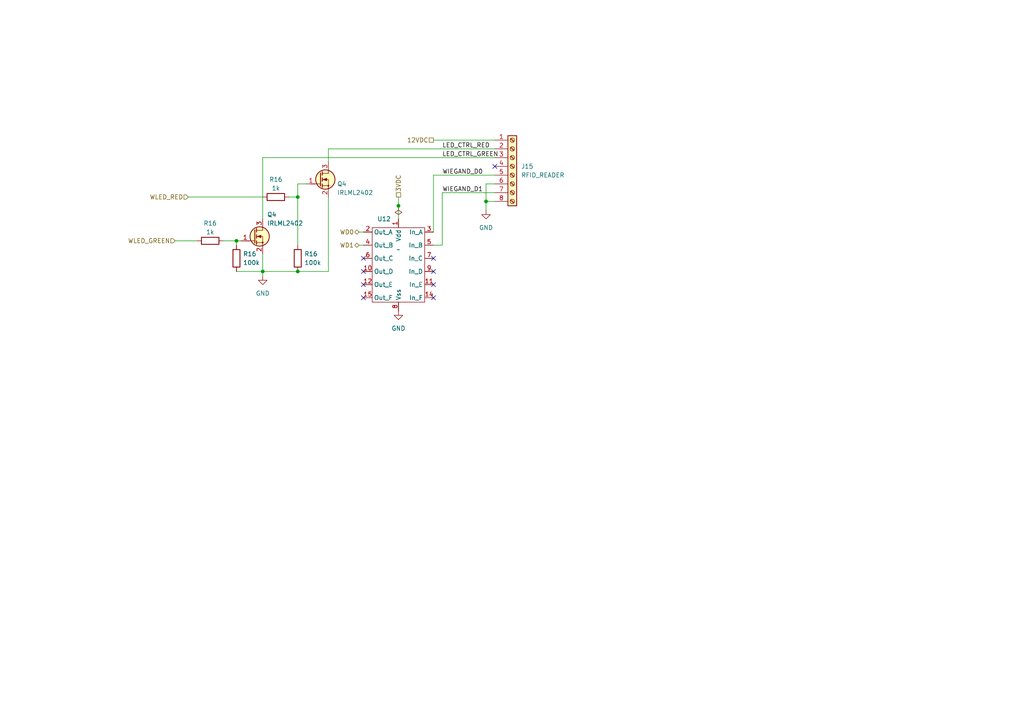
<source format=kicad_sch>
(kicad_sch (version 20230121) (generator eeschema)
  (paper "A4")
  (lib_symbols
    (symbol "Connector:Screw_Terminal_01x08" (pin_names (offset 1.016) hide)
      (property "Reference" "J" (at 0 10.16 0))
      (property "Value" "Screw_Terminal_01x08" (at 0 -12.7 0))
      (symbol "Screw_Terminal_01x08_1_1"
        (rectangle (start -1.27 8.89) (end 1.27 -11.43) (stroke (width 0.254)) (fill (type background)))
        (circle (center 0 -10.16) (radius 0.635) (stroke (width 0.1524)))
        (circle (center 0 -7.62) (radius 0.635) (stroke (width 0.1524)))
        (circle (center 0 -5.08) (radius 0.635) (stroke (width 0.1524)))
        (circle (center 0 -2.54) (radius 0.635) (stroke (width 0.1524)))
        (polyline (pts (xy -0.5334 -9.8298) (xy 0.3302 -10.668)) (stroke (width 0.1524)))
        (polyline (pts (xy -0.5334 -7.2898) (xy 0.3302 -8.128)) (stroke (width 0.1524)))
        (polyline (pts (xy -0.5334 -4.7498) (xy 0.3302 -5.588)) (stroke (width 0.1524)))
        (polyline (pts (xy -0.5334 -2.2098) (xy 0.3302 -3.048)) (stroke (width 0.1524)))
        (polyline (pts (xy -0.5334 0.3302) (xy 0.3302 -0.508)) (stroke (width 0.1524)))
        (polyline (pts (xy -0.5334 2.8702) (xy 0.3302 2.032)) (stroke (width 0.1524)))
        (polyline (pts (xy -0.5334 5.4102) (xy 0.3302 4.572)) (stroke (width 0.1524)))
        (polyline (pts (xy -0.5334 7.9502) (xy 0.3302 7.112)) (stroke (width 0.1524)))
        (polyline (pts (xy -0.3556 -9.652) (xy 0.508 -10.4902)) (stroke (width 0.1524)))
        (polyline (pts (xy -0.3556 -7.112) (xy 0.508 -7.9502)) (stroke (width 0.1524)))
        (polyline (pts (xy -0.3556 -4.572) (xy 0.508 -5.4102)) (stroke (width 0.1524)))
        (polyline (pts (xy -0.3556 -2.032) (xy 0.508 -2.8702)) (stroke (width 0.1524)))
        (polyline (pts (xy -0.3556 0.508) (xy 0.508 -0.3302)) (stroke (width 0.1524)))
        (polyline (pts (xy -0.3556 3.048) (xy 0.508 2.2098)) (stroke (width 0.1524)))
        (polyline (pts (xy -0.3556 5.588) (xy 0.508 4.7498)) (stroke (width 0.1524)))
        (polyline (pts (xy -0.3556 8.128) (xy 0.508 7.2898)) (stroke (width 0.1524)))
        (circle (center 0 0) (radius 0.635) (stroke (width 0.1524)))
        (circle (center 0 2.54) (radius 0.635) (stroke (width 0.1524)))
        (circle (center 0 5.08) (radius 0.635) (stroke (width 0.1524)))
        (circle (center 0 7.62) (radius 0.635) (stroke (width 0.1524)))
        (pin passive line (at -5.08 7.62 0) (length 3.81) (name "Pin_1") (number "1"))
        (pin passive line (at -5.08 5.08 0) (length 3.81) (name "Pin_2") (number "2"))
        (pin passive line (at -5.08 2.54 0) (length 3.81) (name "Pin_3") (number "3"))
        (pin passive line (at -5.08 0 0) (length 3.81) (name "Pin_4") (number "4"))
        (pin passive line (at -5.08 -2.54 0) (length 3.81) (name "Pin_5") (number "5"))
        (pin passive line (at -5.08 -5.08 0) (length 3.81) (name "Pin_6") (number "6"))
        (pin passive line (at -5.08 -7.62 0) (length 3.81) (name "Pin_7") (number "7"))
        (pin passive line (at -5.08 -10.16 0) (length 3.81) (name "Pin_8") (number "8"))
      )
    )
    (symbol "Device:R" (pin_numbers hide) (pin_names (offset 0))
      (property "Reference" "R" (at 2.032 0 90))
      (property "Value" "R" (at 0 0 90))
      (symbol "R_0_1"
        (rectangle (start -1.016 -2.54) (end 1.016 2.54) (stroke (width 0.254)))
      )
      (symbol "R_1_1"
        (pin passive line (at 0 3.81 270) (length 1.27) (name "~") (number "1"))
        (pin passive line (at 0 -3.81 90) (length 1.27) (name "~") (number "2"))
      )
    )
    (symbol "Local:CD4050BE"
      (property "Reference" "U" (at 0 2.54 0))
      (symbol "CD4050BE_0_1"
        (rectangle (start -7.62 6.35) (end 7.62 -15.24))
      )
      (symbol "CD4050BE_1_1"
        (pin power_in line (at 0 8.89 270) (length 2.54) (name "Vdd") (number "1"))
        (pin output line (at 10.16 -6.35 180) (length 2.54) (name "Out_D") (number "10"))
        (pin input line (at -10.16 -10.16 0) (length 2.54) (name "In_E") (number "11"))
        (pin output line (at 10.16 -10.16 180) (length 2.54) (name "Out_E") (number "12"))
        (pin no_connect line (at 3.81 -15.24 90) (length 2.54) hide (name "") (number "13"))
        (pin input line (at -10.16 -13.97 0) (length 2.54) (name "In_F") (number "14"))
        (pin output line (at 10.16 -13.97 180) (length 2.54) (name "Out_F") (number "15"))
        (pin no_connect line (at -2.54 -15.24 90) (length 2.54) hide (name "") (number "16"))
        (pin output line (at 10.16 5.08 180) (length 2.54) (name "Out_A") (number "2"))
        (pin input line (at -10.16 5.08 0) (length 2.54) (name "In_A") (number "3"))
        (pin output line (at 10.16 1.27 180) (length 2.54) (name "Out_B") (number "4"))
        (pin input line (at -10.16 1.27 0) (length 2.54) (name "In_B") (number "5"))
        (pin output line (at 10.16 -2.54 180) (length 2.54) (name "Out_C") (number "6"))
        (pin input line (at -10.16 -2.54 0) (length 2.54) (name "In_C") (number "7"))
        (pin power_in line (at 0 -17.78 90) (length 2.54) (name "Vss") (number "8"))
        (pin input line (at -10.16 -6.35 0) (length 2.54) (name "In_D") (number "9"))
      )
    )
    (symbol "PCM_Transistor_MOSFET_AKL:IRLML2402" (pin_names hide)
      (property "Reference" "Q" (at 5.08 1.27 0))
      (property "Value" "IRLML2402" (at 5.08 -1.27 0))
      (symbol "IRLML2402_0_1"
        (polyline (pts (xy 0.254 -1.27) (xy -2.54 -1.27)))
        (polyline (pts (xy 0.254 1.905) (xy 0.254 -1.905)) (stroke (width 0.254)))
        (polyline (pts (xy 0.762 -1.778) (xy 2.54 -1.778)))
        (polyline (pts (xy 0.762 -1.27) (xy 0.762 -2.286)) (stroke (width 0.254)))
        (polyline (pts (xy 0.762 0.508) (xy 0.762 -0.508)) (stroke (width 0.254)))
        (polyline (pts (xy 0.762 2.286) (xy 0.762 1.27)) (stroke (width 0.254)))
        (polyline (pts (xy 2.54 1.778) (xy 0.762 1.778)))
        (polyline (pts (xy 2.54 2.54) (xy 2.54 1.778)))
        (polyline (pts (xy 2.54 -2.54) (xy 2.54 0) (xy 0.762 0)))
        (polyline (pts (xy 1.016 0) (xy 2.032 0.381) (xy 2.032 -0.381) (xy 1.016 0)) (fill (type outline)))
        (circle (center 1.651 0) (radius 2.794) (stroke (width 0.254)) (fill (type background)))
        (circle (center 2.54 -1.778) (radius 0.1778) (fill (type outline)))
      )
      (symbol "IRLML2402_1_1"
        (pin input line (at -3.81 -1.27 0) (length 2.54) (name "G") (number "1"))
        (pin passive line (at 2.54 -5.08 90) (length 2.54) (name "S") (number "2"))
        (pin passive line (at 2.54 5.08 270) (length 2.54) (name "D") (number "3"))
      )
    )
    (symbol "power:GND" (power) (pin_names (offset 0))
      (property "Value" "GND" (at 0 -3.81 0))
      (symbol "GND_0_1"
        (polyline (pts (xy 0 0) (xy 0 -1.27) (xy 1.27 -1.27) (xy 0 -2.54) (xy -1.27 -1.27) (xy 0 -1.27)))
      )
      (symbol "GND_1_1"
        (pin power_in line (at 0 0 270) (length 0) hide (name "GND") (number "1"))
      )
    )
    (symbol "power:PWR_FLAG" (power) (pin_numbers hide) (pin_names (offset 0) hide)
      (property "Value" "PWR_FLAG" (at 0 3.81 0))
      (symbol "PWR_FLAG_0_0"
        (pin power_out line (at 0 0 90) (length 0) (name "pwr") (number "1"))
      )
      (symbol "PWR_FLAG_0_1"
        (polyline (pts (xy 0 0) (xy 0 1.27) (xy -1.016 1.905) (xy 0 2.54) (xy 1.016 1.905) (xy 0 1.27)))
      )
    )
  )
  (junction (at 76.2 78.74))
  (junction (at 68.58 69.85))
  (junction (at 140.97 58.42))
  (junction (at 86.36 78.74))
  (junction (at 115.57 59.69))
  (junction (at 86.36 57.15))
  (no_connect (at 125.73 82.55))
  (no_connect (at 105.41 74.93))
  (no_connect (at 125.73 74.93))
  (no_connect (at 105.41 78.74))
  (no_connect (at 125.73 86.36))
  (no_connect (at 105.41 82.55))
  (no_connect (at 143.51 48.26))
  (no_connect (at 105.41 86.36))
  (no_connect (at 125.73 78.74))
  (wire (pts (xy 125.73 50.8) (xy 143.51 50.8)))
  (wire (pts (xy 125.73 50.8) (xy 125.73 67.31)))
  (wire (pts (xy 86.36 57.15) (xy 86.36 71.12)))
  (wire (pts (xy 115.57 59.69) (xy 115.57 63.5)))
  (wire (pts (xy 50.8 69.85) (xy 57.15 69.85)))
  (wire (pts (xy 95.25 78.74) (xy 86.36 78.74)))
  (wire (pts (xy 125.73 40.64) (xy 143.51 40.64)))
  (wire (pts (xy 68.58 78.74) (xy 76.2 78.74)))
  (wire (pts (xy 143.51 58.42) (xy 140.97 58.42)))
  (wire (pts (xy 68.58 69.85) (xy 68.58 71.12)))
  (wire (pts (xy 64.77 69.85) (xy 68.58 69.85)))
  (wire (pts (xy 104.14 67.31) (xy 105.41 67.31)))
  (wire (pts (xy 125.73 71.12) (xy 128.27 71.12)))
  (wire (pts (xy 95.25 46.99) (xy 95.25 43.18)))
  (wire (pts (xy 76.2 78.74) (xy 76.2 80.01)))
  (wire (pts (xy 104.14 71.12) (xy 105.41 71.12)))
  (wire (pts (xy 115.57 57.15) (xy 115.57 59.69)))
  (wire (pts (xy 143.51 53.34) (xy 140.97 53.34)))
  (wire (pts (xy 95.25 57.15) (xy 95.25 78.74)))
  (wire (pts (xy 76.2 73.66) (xy 76.2 78.74)))
  (wire (pts (xy 83.82 57.15) (xy 86.36 57.15)))
  (wire (pts (xy 128.27 55.88) (xy 143.51 55.88)))
  (wire (pts (xy 68.58 69.85) (xy 69.85 69.85)))
  (wire (pts (xy 86.36 53.34) (xy 88.9 53.34)))
  (wire (pts (xy 140.97 53.34) (xy 140.97 58.42)))
  (wire (pts (xy 76.2 45.72) (xy 143.51 45.72)))
  (wire (pts (xy 86.36 57.15) (xy 86.36 53.34)))
  (wire (pts (xy 76.2 45.72) (xy 76.2 63.5)))
  (wire (pts (xy 128.27 71.12) (xy 128.27 55.88)))
  (wire (pts (xy 140.97 58.42) (xy 140.97 60.96)))
  (wire (pts (xy 54.61 57.15) (xy 76.2 57.15)))
  (wire (pts (xy 76.2 78.74) (xy 86.36 78.74)))
  (wire (pts (xy 95.25 43.18) (xy 143.51 43.18)))
  (label "WIEGAND_D0" (at 128.27 50.8 0))
  (label "LED_CTRL_GREEN" (at 128.27 45.72 0))
  (label "LED_CTRL_RED" (at 128.27 43.18 0))
  (label "WIEGAND_D1" (at 128.27 55.88 0))
  (hierarchical_label "WD1" (shape bidirectional) (at 104.14 71.12 180))
  (hierarchical_label "WD0" (shape bidirectional) (at 104.14 67.31 180))
  (hierarchical_label "3VDC" (shape passive) (at 115.57 57.15 90))
  (hierarchical_label "WLED_RED" (shape input) (at 54.61 57.15 180))
  (hierarchical_label "12VDC" (shape passive) (at 125.73 40.64 180))
  (hierarchical_label "WLED_GREEN" (shape input) (at 50.8 69.85 180))
  (symbol (lib_id "PCM_Transistor_MOSFET_AKL:IRLML2402") (at 73.66 68.58 0) (unit 1)
    (property "Reference" "Q4" (at 77.47 62.23 0) (effects (justify left)))
    (property "Value" "IRLML2402" (at 77.47 64.77 0) (effects (justify left)))
    (property "Footprint" "Package_TO_SOT_SMD:SOT-23_Handsoldering" (effects hide))
    (property "Datasheet" "https://www.tme.eu/Document/ca1bda999a690c75643f71f666f10039/IRLML2402TRPBF.pdf" (effects hide))
    (instances (project "plumbing_control" (path "" (reference "Q4") (unit 1)) (path "" (reference "Q1") (unit 1))) (project "control.gateway" (path "" (reference "Q9") (unit 1))) (project "MotorExecutor" (path "" (reference "Q3") (unit 1))))
  )
  (symbol (lib_id "power:PWR_FLAG") (at 115.57 59.69 180) (unit 1)
    (property "Reference" "#FLG02" (effects hide))
    (property "Value" "PWR_FLAG" (effects hide))
    (instances (project "control.gateway" (path "" (reference "#FLG02") (unit 1)) (path "" (reference "#FLG01") (unit 1))))
  )
  (symbol (lib_id "Device:R") (at 86.36 74.93 180) (unit 1)
    (property "Reference" "R16" (at 88.265 73.66 0) (effects (justify right)))
    (property "Value" "100k" (at 88.265 76.2 0) (effects (justify right)))
    (property "Footprint" "Resistor_SMD:R_1206_3216Metric_Pad1.30x1.75mm_HandSolder" (effects hide))
    (instances (project "plumbing_control" (path "" (reference "R16") (unit 1)) (path "" (reference "R1") (unit 1))) (project "control.gateway" (path "" (reference "R33") (unit 1))) (project "MotorExecutor" (path "" (reference "R4") (unit 1))))
  )
  (symbol (lib_id "power:GND") (at 140.97 60.96 0) (unit 1)
    (property "Reference" "#PWR033" (effects hide))
    (property "Value" "GND" (at 140.97 66.04 0))
  )
  (symbol (lib_id "PCM_Transistor_MOSFET_AKL:IRLML2402") (at 92.71 52.07 0) (unit 1)
    (property "Reference" "Q4" (at 97.79 53.34 0) (effects (justify left)))
    (property "Value" "IRLML2402" (at 97.79 55.88 0) (effects (justify left)))
    (property "Footprint" "Package_TO_SOT_SMD:SOT-23_Handsoldering" (effects hide))
    (property "Datasheet" "https://www.tme.eu/Document/ca1bda999a690c75643f71f666f10039/IRLML2402TRPBF.pdf" (effects hide))
    (instances (project "plumbing_control" (path "" (reference "Q4") (unit 1)) (path "" (reference "Q1") (unit 1))) (project "control.gateway" (path "" (reference "Q10") (unit 1))) (project "MotorExecutor" (path "" (reference "Q3") (unit 1))))
  )
  (symbol (lib_id "Device:R") (at 60.96 69.85 90) (unit 1)
    (property "Reference" "R16" (at 60.96 64.77 90))
    (property "Value" "1k" (at 60.96 67.31 90))
    (property "Footprint" "Resistor_SMD:R_1206_3216Metric_Pad1.30x1.75mm_HandSolder" (effects hide))
    (instances (project "plumbing_control" (path "" (reference "R16") (unit 1)) (path "" (reference "R2") (unit 1))) (project "control.gateway" (path "" (reference "R30") (unit 1))) (project "MotorExecutor" (path "" (reference "R4") (unit 1))))
  )
  (symbol (lib_id "Device:R") (at 68.58 74.93 180) (unit 1)
    (property "Reference" "R16" (at 70.485 73.66 0) (effects (justify right)))
    (property "Value" "100k" (at 70.485 76.2 0) (effects (justify right)))
    (property "Footprint" "Resistor_SMD:R_1206_3216Metric_Pad1.30x1.75mm_HandSolder" (effects hide))
    (instances (project "plumbing_control" (path "" (reference "R16") (unit 1)) (path "" (reference "R1") (unit 1))) (project "control.gateway" (path "" (reference "R31") (unit 1))) (project "MotorExecutor" (path "" (reference "R4") (unit 1))))
  )
  (symbol (lib_id "power:GND") (at 76.2 80.01 0) (unit 1)
    (property "Reference" "#PWR013" (effects hide))
    (property "Value" "GND" (at 76.2 85.09 0))
    (instances (project "plumbing_control" (path "" (reference "#PWR013") (unit 1)) (path "" (reference "#PWR012") (unit 1))) (project "control.gateway" (path "" (reference "#PWR037") (unit 1))) (project "MotorExecutor" (path "" (reference "#PWR02") (unit 1))))
  )
  (symbol (lib_id "Device:R") (at 80.01 57.15 90) (unit 1)
    (property "Reference" "R16" (at 80.01 52.07 90))
    (property "Value" "1k" (at 80.01 54.61 90))
    (property "Footprint" "Resistor_SMD:R_1206_3216Metric_Pad1.30x1.75mm_HandSolder" (effects hide))
    (instances (project "plumbing_control" (path "" (reference "R16") (unit 1)) (path "" (reference "R2") (unit 1))) (project "control.gateway" (path "" (reference "R32") (unit 1))) (project "MotorExecutor" (path "" (reference "R4") (unit 1))))
  )
  (symbol (lib_id "Connector:Screw_Terminal_01x08") (at 148.59 48.26 0) (unit 1)
    (property "Reference" "J15" (at 151.13 48.26 0) (effects (justify left)))
    (property "Value" "RFID_READER" (at 151.13 50.8 0) (effects (justify left)))
    (property "Footprint" "Connector_Phoenix_MC:PhoenixContact_MC_1,5_8-G-3.5_1x08_P3.50mm_Horizontal" (effects hide))
  )
  (symbol (lib_id "Local:CD4050BE") (at 115.57 72.39 0) (mirror y) (unit 1)
    (property "Reference" "U12" (at 113.3759 63.5 0) (effects (justify left)))
    (property "Value" "~" (at 115.57 72.39 0))
    (property "Footprint" "Package_DIP:DIP-16_W7.62mm" (effects hide))
    (property "Datasheet" "https://eandc.ru/pdf/mikroskhema/kr1561pu4.pdf" (effects hide))
  )
  (symbol (lib_id "power:GND") (at 115.57 90.17 0) (unit 1)
    (property "Reference" "#PWR036" (effects hide))
    (property "Value" "GND" (at 115.57 95.25 0))
  )
)
</source>
